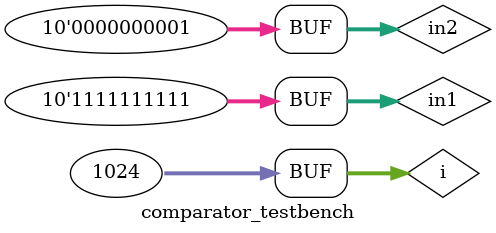
<source format=sv>
module comparator(in1, in2, out);
 input logic [9:0] in1, in2;
 output logic out;
 logic [10:0] in1_10, in2_10, result;
 
 always_comb begin
  in1_10[10] = 0; // Make both of the input 11 bits and subtract the two inputs.
  in1_10[9:0] = in1[9:0];
  in2_10[10] = 0;
  in2_10[9:0] = in2[9:0];
  result = in1_10 - in2_10;
  if (result[10] == 0 & result != 11'b00000000000) // If the first digit of the result is one, the result 
   out = 1;            // is then a negative number, which indicates in1 is smaller than in2. If in1 > in2,
  else                 // outputs a one, otherwise outputs a zero. To make sure the the out the zero when  
   out = 0;            // in1 == in2 additional logic is used.
 end
endmodule 

module comparator_testbench();
 logic [9:0] in1, in2;
 logic out;
 
 comparator dut (.in1, .in2, .out);
 
 integer i;
 initial begin
	for (i = 0; i < 2**10; i++) begin
	in1 = i; in2 = 2**10 - in1; #10;
	end
  end
 endmodule 
</source>
